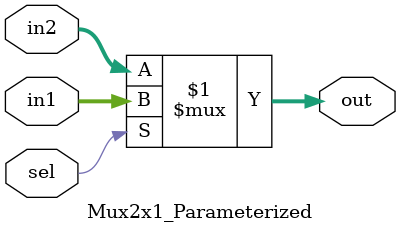
<source format=v>
module Mux2x1_Parameterized
#(
   parameter WIDTH = 9
)
(
   input    [WIDTH - 1 : 0] in1,
   input    [WIDTH - 1 : 0] in2,
   input                    sel,
   output   [WIDTH - 1 : 0] out
);

   assign out = sel ? in1 : in2;

endmodule
</source>
